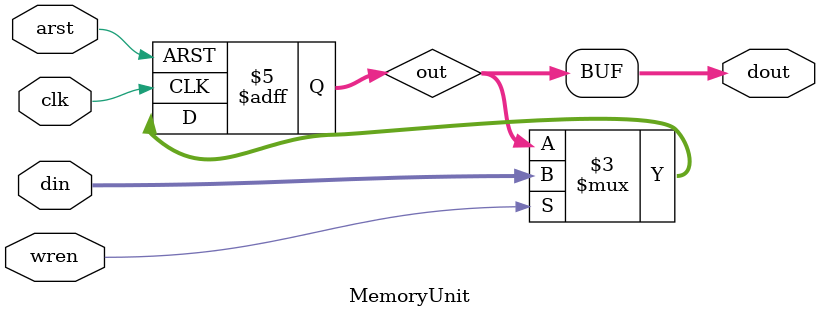
<source format=v>
/*--  *******************************************************
--  Computer Architecture Course, Laboratory Sources 
--  Amirkabir University of Technology (Tehran Polytechnic)
--  Department of Computer Engineering (CE-AUT)
--  https://ce[dot]aut[dot]ac[dot]ir
--  *******************************************************
--  All Rights reserved (C) 2019-2020
--  *******************************************************
--  Student ID  : 
--  Student Name: 
--  Student Mail: 
--  *******************************************************
--  Additional Comments:
--
--*/

/*-----------------------------------------------------------
---  Module Name: Memory Unit
---  Description: Module6:
-----------------------------------------------------------*/
`timescale 1 ns/1 ns

module MemoryUnit (
	input         arst , // async  reset
	input         clk  , // clock  posedge
	input         wren , // write  enabledata
	input  [34:0] din  , // input  data
	output [34:0] dout   // output data
);
   
	reg [34:0] out;
	always @ (posedge clk or posedge arst) begin
		if(arst) out = 35'b00000000000000000000000000000000000;
		else if(wren) out = din;
	end
	
	assign dout = out;
endmodule

</source>
